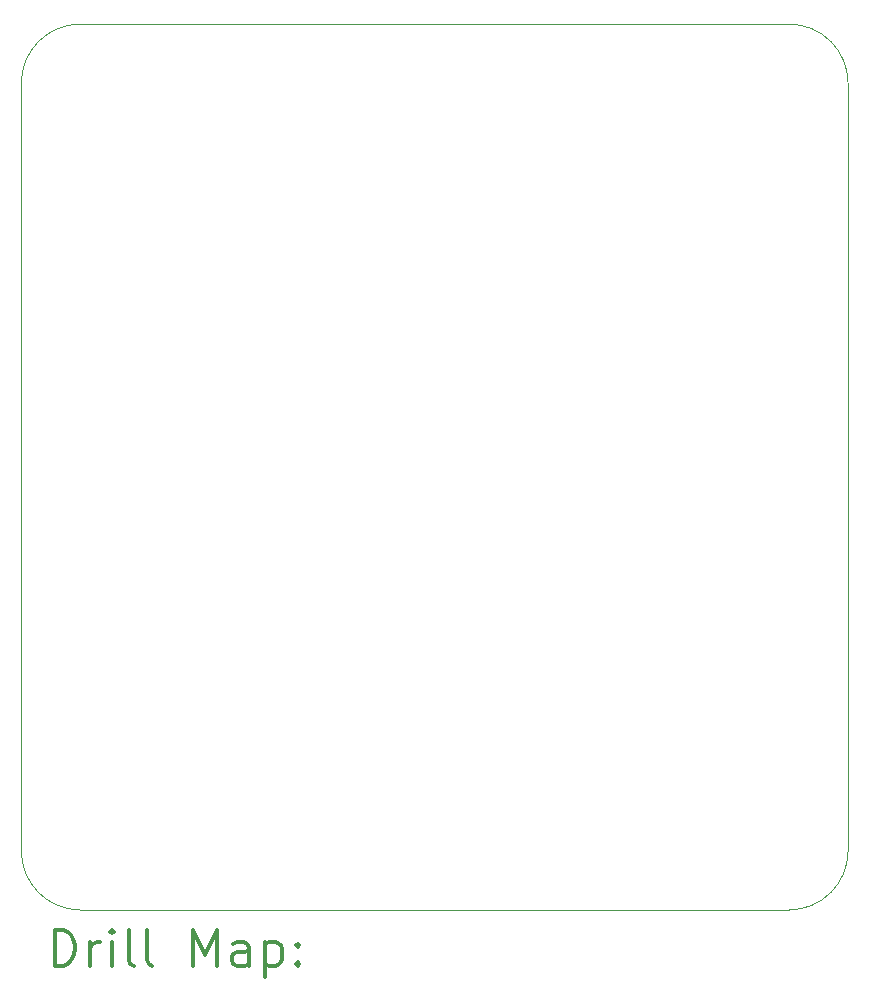
<source format=gbr>
%FSLAX45Y45*%
G04 Gerber Fmt 4.5, Leading zero omitted, Abs format (unit mm)*
G04 Created by KiCad (PCBNEW 5.1.10) date 2021-07-08 07:50:27*
%MOMM*%
%LPD*%
G01*
G04 APERTURE LIST*
%TA.AperFunction,Profile*%
%ADD10C,0.100000*%
%TD*%
%ADD11C,0.200000*%
%ADD12C,0.300000*%
G04 APERTURE END LIST*
D10*
X2500000Y-9500000D02*
G75*
G02*
X2000000Y-9000000I0J500000D01*
G01*
X9000000Y-9000000D02*
G75*
G02*
X8500000Y-9500000I-500000J0D01*
G01*
X8500000Y-2000000D02*
G75*
G02*
X9000000Y-2500000I0J-500000D01*
G01*
X2000000Y-2500000D02*
G75*
G02*
X2500000Y-2000000I500000J0D01*
G01*
X9000000Y-2500000D02*
X9000000Y-9000000D01*
X2500000Y-2000000D02*
X8500000Y-2000000D01*
X2000000Y-9000000D02*
X2000000Y-2500000D01*
X8500000Y-9500000D02*
X2500000Y-9500000D01*
D11*
D12*
X2281428Y-9970714D02*
X2281428Y-9670714D01*
X2352857Y-9670714D01*
X2395714Y-9685000D01*
X2424286Y-9713572D01*
X2438571Y-9742143D01*
X2452857Y-9799286D01*
X2452857Y-9842143D01*
X2438571Y-9899286D01*
X2424286Y-9927857D01*
X2395714Y-9956429D01*
X2352857Y-9970714D01*
X2281428Y-9970714D01*
X2581428Y-9970714D02*
X2581428Y-9770714D01*
X2581428Y-9827857D02*
X2595714Y-9799286D01*
X2610000Y-9785000D01*
X2638571Y-9770714D01*
X2667143Y-9770714D01*
X2767143Y-9970714D02*
X2767143Y-9770714D01*
X2767143Y-9670714D02*
X2752857Y-9685000D01*
X2767143Y-9699286D01*
X2781428Y-9685000D01*
X2767143Y-9670714D01*
X2767143Y-9699286D01*
X2952857Y-9970714D02*
X2924286Y-9956429D01*
X2910000Y-9927857D01*
X2910000Y-9670714D01*
X3110000Y-9970714D02*
X3081428Y-9956429D01*
X3067143Y-9927857D01*
X3067143Y-9670714D01*
X3452857Y-9970714D02*
X3452857Y-9670714D01*
X3552857Y-9885000D01*
X3652857Y-9670714D01*
X3652857Y-9970714D01*
X3924286Y-9970714D02*
X3924286Y-9813572D01*
X3910000Y-9785000D01*
X3881428Y-9770714D01*
X3824286Y-9770714D01*
X3795714Y-9785000D01*
X3924286Y-9956429D02*
X3895714Y-9970714D01*
X3824286Y-9970714D01*
X3795714Y-9956429D01*
X3781428Y-9927857D01*
X3781428Y-9899286D01*
X3795714Y-9870714D01*
X3824286Y-9856429D01*
X3895714Y-9856429D01*
X3924286Y-9842143D01*
X4067143Y-9770714D02*
X4067143Y-10070714D01*
X4067143Y-9785000D02*
X4095714Y-9770714D01*
X4152857Y-9770714D01*
X4181428Y-9785000D01*
X4195714Y-9799286D01*
X4210000Y-9827857D01*
X4210000Y-9913572D01*
X4195714Y-9942143D01*
X4181428Y-9956429D01*
X4152857Y-9970714D01*
X4095714Y-9970714D01*
X4067143Y-9956429D01*
X4338571Y-9942143D02*
X4352857Y-9956429D01*
X4338571Y-9970714D01*
X4324286Y-9956429D01*
X4338571Y-9942143D01*
X4338571Y-9970714D01*
X4338571Y-9785000D02*
X4352857Y-9799286D01*
X4338571Y-9813572D01*
X4324286Y-9799286D01*
X4338571Y-9785000D01*
X4338571Y-9813572D01*
M02*

</source>
